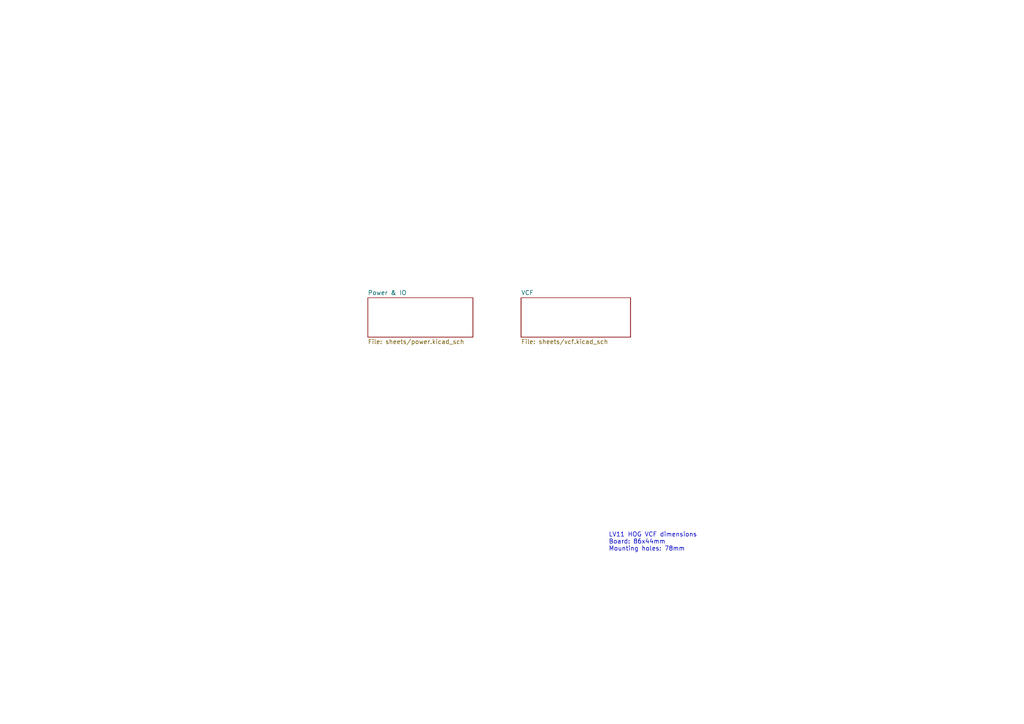
<source format=kicad_sch>
(kicad_sch
	(version 20231120)
	(generator "eeschema")
	(generator_version "8.0")
	(uuid "bed5769f-062b-4e66-a614-f13232444776")
	(paper "A4")
	(title_block
		(title "Steiner-Parker LP VCF")
		(date "2022-04-01")
		(company "Shmøergh")
	)
	(lib_symbols)
	(text "LV11 HOG VCF dimensions\nBoard: 86x44mm\nMounting holes: 78mm"
		(exclude_from_sim no)
		(at 176.53 160.02 0)
		(effects
			(font
				(size 1.27 1.27)
			)
			(justify left bottom)
		)
		(uuid "884ad537-6309-439d-950e-01c31a4ce24a")
	)
	(sheet
		(at 106.68 86.36)
		(size 30.48 11.43)
		(fields_autoplaced yes)
		(stroke
			(width 0)
			(type solid)
		)
		(fill
			(color 0 0 0 0.0000)
		)
		(uuid "00000000-0000-0000-0000-0000627432e7")
		(property "Sheetname" "Power & IO"
			(at 106.68 85.6484 0)
			(effects
				(font
					(size 1.27 1.27)
				)
				(justify left bottom)
			)
		)
		(property "Sheetfile" "sheets/power.kicad_sch"
			(at 106.68 98.3746 0)
			(effects
				(font
					(size 1.27 1.27)
				)
				(justify left top)
			)
		)
		(instances
			(project "steiner-parker-vcf"
				(path "/bed5769f-062b-4e66-a614-f13232444776"
					(page "2")
				)
			)
		)
	)
	(sheet
		(at 151.13 86.36)
		(size 31.75 11.43)
		(fields_autoplaced yes)
		(stroke
			(width 0)
			(type solid)
		)
		(fill
			(color 0 0 0 0.0000)
		)
		(uuid "00000000-0000-0000-0000-0000627485bb")
		(property "Sheetname" "VCF"
			(at 151.13 85.6484 0)
			(effects
				(font
					(size 1.27 1.27)
				)
				(justify left bottom)
			)
		)
		(property "Sheetfile" "sheets/vcf.kicad_sch"
			(at 151.13 98.3746 0)
			(effects
				(font
					(size 1.27 1.27)
				)
				(justify left top)
			)
		)
		(instances
			(project "steiner-parker-vcf"
				(path "/bed5769f-062b-4e66-a614-f13232444776"
					(page "3")
				)
			)
		)
	)
	(sheet_instances
		(path "/"
			(page "1")
		)
	)
)

</source>
